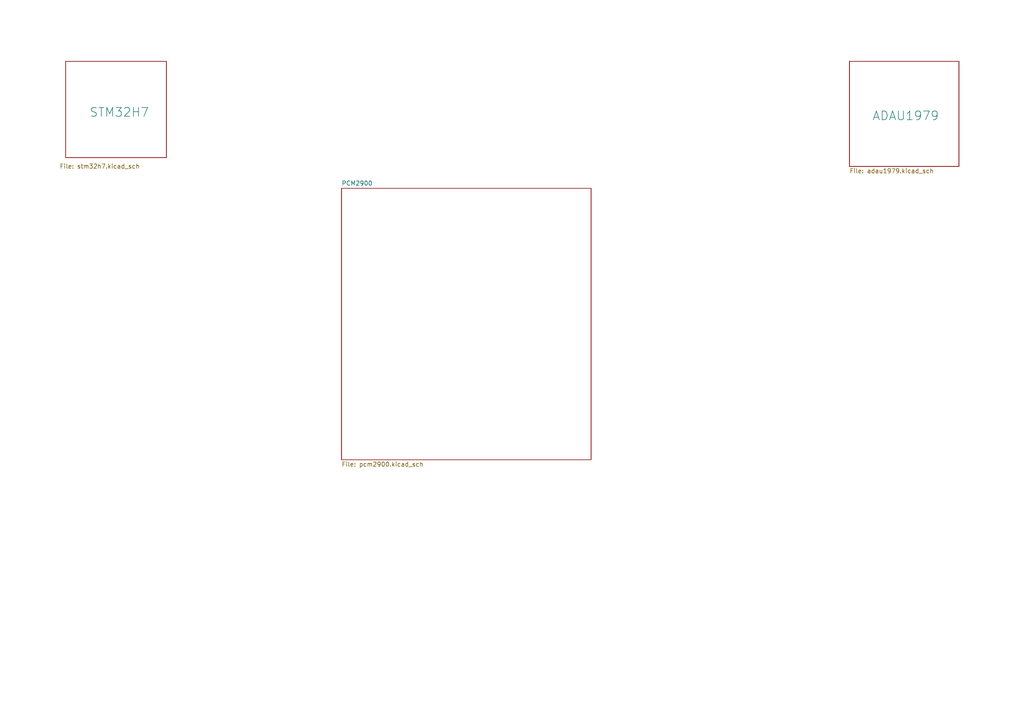
<source format=kicad_sch>
(kicad_sch
	(version 20231120)
	(generator "eeschema")
	(generator_version "8.0")
	(uuid "eacc446d-e8fa-4562-8add-376394061ee7")
	(paper "A4")
	(title_block
		(title "ADC_Board")
		(rev "1")
	)
	(lib_symbols)
	(sheet
		(at 99.06 54.61)
		(size 72.39 78.74)
		(fields_autoplaced yes)
		(stroke
			(width 0.1524)
			(type solid)
		)
		(fill
			(color 0 0 0 0.0000)
		)
		(uuid "44c9f762-4e43-46b8-af21-8d6c6996fba8")
		(property "Sheetname" "PCM2900"
			(at 99.06 53.8984 0)
			(effects
				(font
					(size 1.27 1.27)
				)
				(justify left bottom)
			)
		)
		(property "Sheetfile" "pcm2900.kicad_sch"
			(at 99.06 133.9346 0)
			(effects
				(font
					(size 1.27 1.27)
				)
				(justify left top)
			)
		)
		(instances
			(project "ADC_Board"
				(path "/eacc446d-e8fa-4562-8add-376394061ee7"
					(page "4")
				)
			)
		)
	)
	(sheet
		(at 19.05 17.78)
		(size 29.21 27.94)
		(stroke
			(width 0.1524)
			(type solid)
		)
		(fill
			(color 0 0 0 0.0000)
		)
		(uuid "c433d05d-4d04-4124-a78c-ffc3c5f159a2")
		(property "Sheetname" "STM32H7"
			(at 25.908 34.036 0)
			(effects
				(font
					(size 2.54 2.54)
				)
				(justify left bottom)
			)
		)
		(property "Sheetfile" "stm32h7.kicad_sch"
			(at 17.272 47.498 0)
			(effects
				(font
					(size 1.27 1.27)
				)
				(justify left top)
			)
		)
		(instances
			(project "ADC_Board"
				(path "/eacc446d-e8fa-4562-8add-376394061ee7"
					(page "3")
				)
			)
		)
	)
	(sheet
		(at 246.38 17.78)
		(size 31.75 30.48)
		(stroke
			(width 0.1524)
			(type solid)
		)
		(fill
			(color 0 0 0 0.0000)
		)
		(uuid "fc0ec921-db84-445a-913a-9e0496f6acff")
		(property "Sheetname" "ADAU1979"
			(at 252.984 35.052 0)
			(effects
				(font
					(size 2.54 2.54)
				)
				(justify left bottom)
			)
		)
		(property "Sheetfile" "adau1979.kicad_sch"
			(at 246.38 48.8446 0)
			(effects
				(font
					(size 1.27 1.27)
				)
				(justify left top)
			)
		)
		(instances
			(project "ADC_Board"
				(path "/eacc446d-e8fa-4562-8add-376394061ee7"
					(page "2")
				)
			)
		)
	)
	(sheet_instances
		(path "/"
			(page "1")
		)
	)
)

</source>
